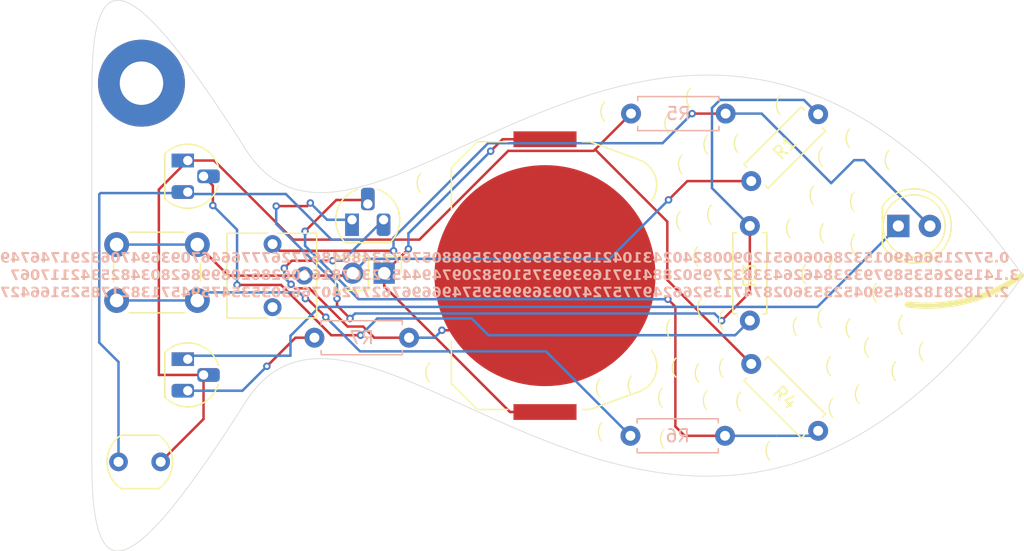
<source format=kicad_pcb>
(kicad_pcb (version 20241229) (generator "pcbnew") (generator_version "9.0")
  (layers (0 "F.Cu" signal) (2 "B.Cu" signal) (13 "F.Paste" user) (15 "B.Paste" user) (5 "F.SilkS" user "F.Silkscreen") (7 "B.SilkS" user "B.Silkscreen") (1 "F.Mask" user) (3 "B.Mask" user) (25 "Edge.Cuts" user))
  (net 0 "")
  (net 1 "Net-(BT1-+)")
  (net 2 "Net-(BT1--)")
  (net 3 "Net-(D1-A)")
  (net 4 "Net-(D1-K)")
  (net 5 "Net-(J1-Pin_2)")
  (net 6 "Net-(Q1-C)")
  (net 7 "Net-(Q1-B)")
  (net 8 "Net-(Q2-B)")
  (net 9 "Net-(Q2-C)")
  (net 10 "Net-(Q3-E)")
  (net 11 "Net-(R6-Pad1)")
  (footprint "Potentiometer_THT:Potentiometer_Vishay_T73YP_Vertical" (layer "F.Cu") (at 27.06 52.54)
    (property "Reference" "RV1" (hide yes))
    (property "Value" "P")
    (fp_line (start -3.67 -5.95) (end -3.67 0.87) (stroke (width 0.12)) (layer "F.SilkS"))
    (fp_line (start -3.67 -5.95) (end -0.382 -5.95) (stroke (width 0.12)) (layer "F.SilkS"))
    (fp_line (start -3.67 0.87) (end -0.382 0.87) (stroke (width 0.12)) (layer "F.SilkS"))
    (fp_line (start 0.382 -5.95) (end 3.55 -5.95) (stroke (width 0.12)) (layer "F.SilkS"))
    (fp_line (start 0.382 0.87) (end 3.55 0.87) (stroke (width 0.12)) (layer "F.SilkS"))
    (fp_line (start 3.55 -5.95) (end 3.55 0.87) (stroke (width 0.12)) (layer "F.SilkS"))
    (pad "1" thru_hole circle (at 0 0) (size 1.44 1.44) (drill 0.8) (layers "*.Cu" "*.Mask"))
    (pad "2" thru_hole circle (at 2.54 -2.54) (size 1.44 1.44) (drill 0.8) (layers "*.Cu" "*.Mask") (net 5 "Net-(J1-Pin_2)"))
    (pad "3" thru_hole circle (at 0 -5.08) (size 1.44 1.44) (drill 0.8) (layers "*.Cu" "*.Mask") (net 3 "Net-(D1-A)"))
  )
  (footprint "MountingHole:MountingHole_3.5mm_Pad" (layer "F.Cu") (at 16.5 34.5)
    (property "Reference" "REF**" (hide yes))
    (property "Value" "MountingHole_3.5mm_Pad" (hide yes))
    (pad "1" thru_hole circle (at 0 0) (size 7 7) (drill 3.5) (layers "*.Cu" "*.Mask"))
  )
  (footprint "Resistor_THT:R_Axial_DIN0207_L6.3mm_D2.5mm_P7.62mm_Horizontal" (layer "F.Cu") (at 65.5 46 -90)
    (property "Reference" "R3" (hide yes))
    (property "Value" "R" (hide yes))
    (fp_line (start 0.54 1.37) (end 7.08 1.37) (stroke (width 0.12)) (layer "F.SilkS"))
    (fp_line (start 7.08 1.37) (end 7.08 1.04) (stroke (width 0.12)) (layer "F.SilkS"))
    (fp_line (start 0.54 1.04) (end 0.54 1.37) (stroke (width 0.12)) (layer "F.SilkS"))
    (fp_line (start 0.54 -1.04) (end 0.54 -1.37) (stroke (width 0.12)) (layer "F.SilkS"))
    (fp_line (start 0.54 -1.37) (end 7.08 -1.37) (stroke (width 0.12)) (layer "F.SilkS"))
    (fp_line (start 7.08 -1.37) (end 7.08 -1.04) (stroke (width 0.12)) (layer "F.SilkS"))
    (fp_text user "${REFERENCE}" (at 4 0 90) (layer "F.SilkS"))
    (pad "1" thru_hole circle (at 0 0 270) (size 1.6 1.6) (drill 0.8) (layers "*.Cu" "*.Mask") (net 9 "Net-(Q2-C)"))
    (pad "2" thru_hole circle (at 7.62 0 270) (size 1.6 1.6) (drill 0.8) (layers "*.Cu" "*.Mask") (net 7 "Net-(Q1-B)"))
  )
  (footprint "Battery:BatteryHolder_Keystone_3034_1x20mm" (layer "F.Cu") (at 49 50 90)
    (property "Reference" "BT1" (hide yes))
    (property "Value" "Battery_Cell")
    (fp_line (start 8.7 -7.54) (end 5.2 -7.54) (stroke (width 0.12)) (layer "F.SilkS"))
    (fp_line (start 8.7 -7.54) (end 10.78 -5.46) (stroke (width 0.12)) (layer "F.SilkS"))
    (fp_line (start -5.2 -7.54) (end -8.7 -7.54) (stroke (width 0.12)) (layer "F.SilkS"))
    (fp_line (start -8.7 -7.54) (end -10.78 -5.46) (stroke (width 0.12)) (layer "F.SilkS"))
    (fp_line (start 10.78 -5.46) (end 10.78 -3) (stroke (width 0.12)) (layer "F.SilkS"))
    (fp_line (start -10.78 -5.46) (end -10.78 -3) (stroke (width 0.12)) (layer "F.SilkS"))
    (fp_line (start 10.78 3) (end 10.78 3.63) (stroke (width 0.12)) (layer "F.SilkS"))
    (fp_line (start -10.78 3) (end -10.78 3.63) (stroke (width 0.12)) (layer "F.SilkS"))
    (fp_line (start 10.78 3.63) (end 9.34 7.58) (stroke (width 0.12)) (layer "F.SilkS"))
    (fp_line (start -10.78 3.63) (end -9.34 7.58) (stroke (width 0.12)) (layer "F.SilkS"))
    (fp_arc (start 9.325243 7.588169) (mid 7.90634 8.911668) (end 6 8.55) (stroke (width 0.12)) (layer "F.SilkS"))
    (fp_arc (start -6.003354 8.56653) (mid -7.921654 8.918738) (end -9.34 7.58) (stroke (width 0.12)) (layer "F.SilkS"))
    (pad "1" smd rect (at -10.985 0 90) (size 1.27 5.08) (layers "F.Cu" "F.Mask" "F.Paste") (net 1 "Net-(BT1-+)"))
    (pad "1" smd rect (at 10.985 0 90) (size 1.27 5.08) (layers "F.Cu" "F.Mask" "F.Paste") (net 1 "Net-(BT1-+)"))
    (pad "2" smd circle (at 0 0 90) (size 17.8 17.8) (layers "F.Cu" "F.Mask") (net 2 "Net-(BT1--)"))
  )
  (footprint "OptoDevice:R_LDR_5.1x4.3mm_P3.4mm_Vertical" (layer "F.Cu") (at 18.05 65 180)
    (property "Reference" "R2" (hide yes))
    (property "Value" "R_Photo")
    (fp_line (start 0.15 2.15) (end 3.2 2.15) (stroke (width 0.12)) (layer "F.SilkS"))
    (fp_line (start 0.15 -2.15) (end 3.2 -2.15) (stroke (width 0.12)) (layer "F.SilkS"))
    (fp_arc (start 3.2 -2.15) (mid 4.321403 -0.027338) (end 3.244513 2.118249) (stroke (width 0.12)) (layer "F.SilkS"))
    (fp_arc (start 0.15 2.15) (mid -0.950438 -0.013368) (end 0.171766 -2.165525) (stroke (width 0.12)) (layer "F.SilkS"))
    (pad "1" thru_hole circle (at 0 0 180) (size 1.5 1.5) (drill 0.8) (layers "*.Cu" "*.Mask") (net 6 "Net-(Q1-C)"))
    (pad "2" thru_hole circle (at 3.4 0 180) (size 1.5 1.5) (drill 0.8) (layers "*.Cu" "*.Mask") (net 2 "Net-(BT1--)"))
  )
  (footprint "Button_Switch_THT:SW_PUSH_6mm" (layer "F.Cu") (at 21 52 180)
    (property "Reference" "SW1" (hide yes))
    (property "Value" "SW_Push")
    (fp_line (start 6.75 3) (end 6.75 1.5) (stroke (width 0.12)) (layer "F.SilkS"))
    (fp_line (start 5.5 -1) (end 1 -1) (stroke (width 0.12)) (layer "F.SilkS"))
    (fp_line (start 1 5.5) (end 5.5 5.5) (stroke (width 0.12)) (layer "F.SilkS"))
    (fp_line (start -0.25 1.5) (end -0.25 3) (stroke (width 0.12)) (layer "F.SilkS"))
    (pad "1" thru_hole circle (at 0 0 270) (size 2 2) (drill 1.1) (layers "*.Cu" "*.Mask") (net 11 "Net-(R6-Pad1)"))
    (pad "1" thru_hole circle (at 6.5 0 270) (size 2 2) (drill 1.1) (layers "*.Cu" "*.Mask") (net 11 "Net-(R6-Pad1)"))
    (pad "2" thru_hole circle (at 0 4.5 270) (size 2 2) (drill 1.1) (layers "*.Cu" "*.Mask") (net 5 "Net-(J1-Pin_2)"))
    (pad "2" thru_hole circle (at 6.5 4.5 270) (size 2 2) (drill 1.1) (layers "*.Cu" "*.Mask") (net 5 "Net-(J1-Pin_2)"))
  )
  (footprint "Package_TO_SOT_THT:TO-92L_HandSolder" (layer "F.Cu") (at 20.23 56.73 -90)
    (property "Reference" "Q3" (hide yes))
    (property "Value" "NPN" (hide yes))
    (fp_line (start -0.53 1.85) (end 3.07 1.85) (stroke (width 0.12)) (layer "F.SilkS"))
    (fp_arc (start -0.541453 1.842156) (mid -1.247298 -0.581475) (end 0.45 -2.45) (stroke (width 0.12)) (layer "F.SilkS"))
    (fp_arc (start 2.05 -2.45) (mid 3.769931 -0.601036) (end 3.078445 1.827684) (stroke (width 0.12)) (layer "F.SilkS"))
    (pad "1" thru_hole rect (at 0 0 270) (size 1.1 1.8) (drill 0.75 (offset 0 0.4)) (layers "*.Cu" "*.Mask") (net 4 "Net-(D1-K)"))
    (pad "2" thru_hole roundrect (at 1.27 -1.27 270) (size 1.1 1.8) (drill 0.75 (offset 0 -0.4)) (layers "*.Cu" "*.Mask") (net 6 "Net-(Q1-C)"))
    (pad "3" thru_hole roundrect (at 2.54 0 270) (size 1.1 1.8) (drill 0.75 (offset 0 0.4)) (layers "*.Cu" "*.Mask") (net 10 "Net-(Q3-E)"))
  )
  (footprint "Resistor_THT:R_Axial_DIN0207_L6.3mm_D2.5mm_P7.62mm_Horizontal" (layer "F.Cu") (at 65.611846 42.388154 45)
    (property "Reference" "R1" (hide yes))
    (property "Value" "R" (hide yes))
    (fp_line (start 0.54 -1.37) (end 7.08 -1.37) (stroke (width 0.12)) (layer "F.SilkS"))
    (fp_line (start 0.54 -1.04) (end 0.54 -1.37) (stroke (width 0.12)) (layer "F.SilkS"))
    (fp_line (start 0.54 1.04) (end 0.54 1.37) (stroke (width 0.12)) (layer "F.SilkS"))
    (fp_line (start 0.54 1.37) (end 7.08 1.37) (stroke (width 0.12)) (layer "F.SilkS"))
    (fp_line (start 7.08 -1.37) (end 7.08 -1.04) (stroke (width 0.12)) (layer "F.SilkS"))
    (fp_line (start 7.08 1.37) (end 7.08 1.04) (stroke (width 0.12)) (layer "F.SilkS"))
    (fp_text user "${REFERENCE}" (at 3.81 0 45) (layer "F.SilkS"))
    (pad "1" thru_hole circle (at 0 0 45) (size 1.6 1.6) (drill 0.8) (layers "*.Cu" "*.Mask") (net 5 "Net-(J1-Pin_2)"))
    (pad "2" thru_hole circle (at 7.62 0 45) (size 1.6 1.6) (drill 0.8) (layers "*.Cu" "*.Mask") (net 9 "Net-(Q2-C)"))
  )
  (footprint "Resistor_THT:R_Axial_DIN0207_L6.3mm_D2.5mm_P7.62mm_Horizontal" (layer "F.Cu") (at 71 62.5 135)
    (property "Reference" "R4" (hide yes))
    (property "Value" "R" (hide yes))
    (fp_line (start 7.08 -1.37) (end 7.08 -1.04) (stroke (width 0.12)) (layer "F.SilkS"))
    (fp_line (start 7.08 1.37) (end 7.08 1.04) (stroke (width 0.12)) (layer "F.SilkS"))
    (fp_line (start 0.54 -1.37) (end 7.08 -1.37) (stroke (width 0.12)) (layer "F.SilkS"))
    (fp_line (start 0.54 -1.04) (end 0.54 -1.37) (stroke (width 0.12)) (layer "F.SilkS"))
    (fp_line (start 0.54 1.04) (end 0.54 1.37) (stroke (width 0.12)) (layer "F.SilkS"))
    (fp_line (start 0.54 1.37) (end 7.08 1.37) (stroke (width 0.12)) (layer "F.SilkS"))
    (fp_text user "${REFERENCE}" (at 3.81 0 135) (layer "F.SilkS"))
    (pad "1" thru_hole circle (at 0 0 135) (size 1.6 1.6) (drill 0.8) (layers "*.Cu" "*.Mask") (net 8 "Net-(Q2-B)"))
    (pad "2" thru_hole circle (at 7.62 0 135) (size 1.6 1.6) (drill 0.8) (layers "*.Cu" "*.Mask") (net 6 "Net-(Q1-C)"))
  )
  (footprint "Package_TO_SOT_THT:TO-92L_HandSolder" (layer "F.Cu") (at 33.46 45.5)
    (property "Reference" "Q2" (hide yes))
    (property "Value" "NPN")
    (fp_line (start -0.53 1.85) (end 3.07 1.85) (stroke (width 0.12)) (layer "F.SilkS"))
    (fp_arc (start -0.541453 1.842156) (mid -1.247298 -0.581475) (end 0.45 -2.45) (stroke (width 0.12)) (layer "F.SilkS"))
    (fp_arc (start 2.05 -2.45) (mid 3.769931 -0.601036) (end 3.078445 1.827684) (stroke (width 0.12)) (layer "F.SilkS"))
    (pad "1" thru_hole rect (at 0 0) (size 1.1 1.8) (drill 0.75 (offset 0 0.4)) (layers "*.Cu" "*.Mask") (net 9 "Net-(Q2-C)"))
    (pad "2" thru_hole roundrect (at 1.27 -1.27) (size 1.1 1.8) (drill 0.75 (offset 0 -0.4)) (layers "*.Cu" "*.Mask") (net 8 "Net-(Q2-B)"))
    (pad "3" thru_hole roundrect (at 2.54 0) (size 1.1 1.8) (drill 0.75 (offset 0 0.4)) (layers "*.Cu" "*.Mask") (net 2 "Net-(BT1--)"))
  )
  (footprint "Connector_PinHeader_2.54mm:PinHeader_1x02_P2.54mm_Vertical" (layer "F.Cu") (at 36.05 49.8 -90)
    (property "Reference" "J1" (hide yes))
    (property "Value" "Conn_01x02")
    (fp_line (start -1.38 3.92) (end 1.38 3.92) (stroke (width 0.12)) (layer "F.SilkS"))
    (fp_line (start -1.38 1.27) (end -1.38 3.92) (stroke (width 0.12)) (layer "F.SilkS"))
    (fp_line (start -1.38 1.27) (end 1.38 1.27) (stroke (width 0.12)) (layer "F.SilkS"))
    (fp_line (start 1.38 1.27) (end 1.38 3.92) (stroke (width 0.12)) (layer "F.SilkS"))
    (fp_line (start -1.38 0) (end -1.38 -1.38) (stroke (width 0.12)) (layer "F.SilkS"))
    (fp_line (start -1.38 -1.38) (end 0 -1.38) (stroke (width 0.12)) (layer "F.SilkS"))
    (pad "1" thru_hole rect (at 0 0 270) (size 1.7 1.7) (drill 1) (layers "*.Cu" "*.Mask") (net 1 "Net-(BT1-+)"))
    (pad "2" thru_hole circle (at 0 2.54 270) (size 1.7 1.7) (drill 1) (layers "*.Cu" "*.Mask") (net 5 "Net-(J1-Pin_2)"))
  )
  (footprint "LED_THT:LED_D5.0mm" (layer "F.Cu") (at 77.46 46)
    (property "Reference" "D1" (hide yes))
    (property "Value" "LED" (hide yes))
    (fp_line (start -1.29 -1.545) (end -1.29 1.545) (stroke (width 0.12)) (layer "F.SilkS"))
    (fp_arc (start -1.29 -1.54483) (mid 2.071779 -2.880495) (end 4.26 0) (stroke (width 0.12)) (layer "F.SilkS"))
    (fp_arc (start 4.26 0) (mid 2.071779 2.880495) (end -1.29 1.54483) (stroke (width 0.12)) (layer "F.SilkS"))
    (fp_circle (center 1.27 0) (end 3.77 0) (stroke (width 0.12)) (fill no) (layer "F.SilkS"))
    (pad "1" thru_hole rect (at 0 0) (size 1.8 1.8) (drill 0.9) (layers "*.Cu" "*.Mask") (net 4 "Net-(D1-K)"))
    (pad "2" thru_hole circle (at 2.54 0) (size 1.8 1.8) (drill 0.9) (layers "*.Cu" "*.Mask") (net 3 "Net-(D1-A)"))
  )
  (footprint "Package_TO_SOT_THT:TO-92L_HandSolder" (layer "F.Cu") (at 20.23 40.73 -90)
    (property "Reference" "Q1" (hide yes))
    (property "Value" "NPN")
    (fp_line (start -0.53 1.85) (end 3.07 1.85) (stroke (width 0.12)) (layer "F.SilkS"))
    (fp_arc (start -0.541453 1.842156) (mid -1.247298 -0.581475) (end 0.45 -2.45) (stroke (width 0.12)) (layer "F.SilkS"))
    (fp_arc (start 2.05 -2.45) (mid 3.769931 -0.601036) (end 3.078445 1.827684) (stroke (width 0.12)) (layer "F.SilkS"))
    (pad "1" thru_hole rect (at 0 0 270) (size 1.1 1.8) (drill 0.75 (offset 0 0.4)) (layers "*.Cu" "*.Mask") (net 6 "Net-(Q1-C)"))
    (pad "2" thru_hole roundrect (at 1.27 -1.27 270) (size 1.1 1.8) (drill 0.75 (offset 0 -0.4)) (layers "*.Cu" "*.Mask") (net 7 "Net-(Q1-B)"))
    (pad "3" thru_hole roundrect (at 2.54 0 270) (size 1.1 1.8) (drill 0.75 (offset 0 0.4)) (layers "*.Cu" "*.Mask") (net 2 "Net-(BT1--)"))
  )
  (footprint "Resistor_THT:R_Axial_DIN0207_L6.3mm_D2.5mm_P7.62mm_Horizontal" (layer "B.Cu") (at 63.55 36.95 180)
    (property "Reference" "R5" (hide yes))
    (property "Value" "R" (hide yes))
    (fp_line (start 7.08 1.37) (end 7.08 1.04) (stroke (width 0.12)) (layer "B.SilkS"))
    (fp_line (start 7.08 -1.37) (end 7.08 -1.04) (stroke (width 0.12)) (layer "B.SilkS"))
    (fp_line (start 0.54 1.37) (end 7.08 1.37) (stroke (width 0.12)) (layer "B.SilkS"))
    (fp_line (start 0.54 1.04) (end 0.54 1.37) (stroke (width 0.12)) (layer "B.SilkS"))
    (fp_line (start 0.54 -1.04) (end 0.54 -1.37) (stroke (width 0.12)) (layer "B.SilkS"))
    (fp_line (start 0.54 -1.37) (end 7.08 -1.37) (stroke (width 0.12)) (layer "B.SilkS"))
    (fp_text user "${REFERENCE}" (at 3.81 0 0) (layer "B.SilkS") (effects (justify mirror)))
    (pad "1" thru_hole circle (at 0 0 180) (size 1.6 1.6) (drill 0.8) (layers "*.Cu" "*.Mask") (net 3 "Net-(D1-A)"))
    (pad "2" thru_hole circle (at 7.62 0 180) (size 1.6 1.6) (drill 0.8) (layers "*.Cu" "*.Mask") (net 6 "Net-(Q1-C)"))
  )
  (footprint "Resistor_THT:R_Axial_DIN0207_L6.3mm_D2.5mm_P7.62mm_Horizontal" (layer "B.Cu") (at 55.88 62.9)
    (property "Reference" "R6" (hide yes))
    (property "Value" "R")
    (fp_line (start 0.54 -1.37) (end 7.08 -1.37) (stroke (width 0.12)) (layer "B.SilkS"))
    (fp_line (start 0.54 -1.04) (end 0.54 -1.37) (stroke (width 0.12)) (layer "B.SilkS"))
    (fp_line (start 0.54 1.04) (end 0.54 1.37) (stroke (width 0.12)) (layer "B.SilkS"))
    (fp_line (start 0.54 1.37) (end 7.08 1.37) (stroke (width 0.12)) (layer "B.SilkS"))
    (fp_line (start 7.08 -1.37) (end 7.08 -1.04) (stroke (width 0.12)) (layer "B.SilkS"))
    (fp_line (start 7.08 1.37) (end 7.08 1.04) (stroke (width 0.12)) (layer "B.SilkS"))
    (fp_text user "${REFERENCE}" (at 3.81 0 0) (layer "B.SilkS") (effects (justify mirror)))
    (pad "1" thru_hole circle (at 0 0) (size 1.6 1.6) (drill 0.8) (layers "*.Cu" "*.Mask") (net 11 "Net-(R6-Pad1)"))
    (pad "2" thru_hole circle (at 7.62 0) (size 1.6 1.6) (drill 0.8) (layers "*.Cu" "*.Mask") (net 8 "Net-(Q2-B)"))
  )
  (footprint "Resistor_THT:R_Axial_DIN0207_L6.3mm_D2.5mm_P7.62mm_Horizontal" (layer "B.Cu") (at 38.05 55 180)
    (property "Reference" "R7" (hide yes))
    (property "Value" "R" (hide yes))
    (fp_line (start 7.08 1.37) (end 7.08 1.04) (stroke (width 0.12)) (layer "B.SilkS"))
    (fp_line (start 7.08 -1.37) (end 7.08 -1.04) (stroke (width 0.12)) (layer "B.SilkS"))
    (fp_line (start 0.54 1.37) (end 7.08 1.37) (stroke (width 0.12)) (layer "B.SilkS"))
    (fp_line (start 0.54 1.04) (end 0.54 1.37) (stroke (width 0.12)) (layer "B.SilkS"))
    (fp_line (start 0.54 -1.04) (end 0.54 -1.37) (stroke (width 0.12)) (layer "B.SilkS"))
    (fp_line (start 0.54 -1.37) (end 7.08 -1.37) (stroke (width 0.12)) (layer "B.SilkS"))
    (fp_text user "${REFERENCE}" (at 3.81 0 0) (layer "B.SilkS") (effects (justify mirror)))
    (pad "1" thru_hole circle (at 0 0 180) (size 1.6 1.6) (drill 0.8) (layers "*.Cu" "*.Mask") (net 2 "Net-(BT1--)"))
    (pad "2" thru_hole circle (at 7.62 0 180) (size 1.6 1.6) (drill 0.8) (layers "*.Cu" "*.Mask") (net 10 "Net-(Q3-E)"))
  )
  (gr_arc (start 87.35 50) (mid 83.00673 52.013918) (end 78.230115 52.336102) (stroke (width 0.5)) (layer "F.SilkS"))
  (gr_line (start 12.5 35) (end 12.5 50) (stroke (width 0.05)) (layer "Edge.Cuts"))
  (gr_curve (pts (xy 25 60) (xy 15.5 75) (xy 12.5 75.5) (xy 12.5 65)) (stroke (width 0.05)) (layer "Edge.Cuts"))
  (gr_curve (pts (xy 25 40) (xy 15.5 25) (xy 12.5 24.5) (xy 12.5 35)) (stroke (width 0.05)) (layer "Edge.Cuts"))
  (gr_curve (pts (xy 87.5 50) (xy 60.5 12) (xy 35 55) (xy 25 40)) (stroke (width 0.05)) (layer "Edge.Cuts"))
  (gr_line (start 12.5 65) (end 12.5 50) (stroke (width 0.05)) (layer "Edge.Cuts"))
  (gr_curve (pts (xy 87.5 50) (xy 60.5 88) (xy 35 45) (xy 25 60)) (stroke (width 0.05)) (layer "Edge.Cuts"))
  (gr_text "(" (at 67.337187 36.8 0) (layer "F.SilkS") (effects (font (size 1 1) (thickness 0.1)) (justify left bottom)))
  (gr_text "(" (at 61.45 60.55 0) (layer "F.SilkS") (effects (font (size 1 1) (thickness 0.1)) (justify left bottom)))
  (gr_text "(" (at 58 63.65 0) (layer "F.SilkS") (effects (font (size 1 1) (thickness 0.1)) (justify left bottom)))
  (gr_text "(" (at 53 63.1 0) (layer "F.SilkS") (effects (font (size 1 1) (thickness 0.1)) (justify left bottom)))
  (gr_text "(" (at 71.586899 61.149426 0) (layer "F.SilkS") (effects (font (size 1 1) (thickness 0.1)) (justify left bottom)))
  (gr_text "(" (at 61.5 39.95 0) (layer "F.SilkS") (effects (font (size 1 1) (thickness 0.1)) (justify left bottom)))
  (gr_text "(" (at 69.4 50.4 0) (layer "F.SilkS") (effects (font (size 1 1) (thickness 0.1)) (justify left bottom)))
  (gr_text "(" (at 70.75 40.95 0) (layer "F.SilkS") (effects (font (size 1 1) (thickness 0.1)) (justify left bottom)))
  (gr_text "(" (at 68.15 46.7 0) (layer "F.SilkS") (effects (font (size 1 1) (thickness 0.1)) (justify left bottom)))
  (gr_text "(" (at 62.65 50.75 0) (layer "F.SilkS") (effects (font (size 1 1) (thickness 0.1)) (justify left bottom)))
  (gr_text "(" (at 57.85 60.35 0) (layer "F.SilkS") (effects (font (size 1 1) (thickness 0.1)) (justify left bottom)))
  (gr_text "(" (at 55.4 59.34 0) (layer "F.SilkS") (effects (font (size 1 1) (thickness 0.1)) (justify left bottom)))
  (gr_text "(" (at 58.35 38.25 0) (layer "F.SilkS") (effects (font (size 1 1) (thickness 0.1)) (justify left bottom)))
  (gr_text "(" (at 77.2 54.45 0) (layer "F.SilkS") (effects (font (size 1 1) (thickness 0.1)) (justify left bottom)))
  (gr_text "(" (at 62.75 54.1 0) (layer "F.SilkS") (effects (font (size 1 1) (thickness 0.1)) (justify left bottom)))
  (gr_text "(" (at 64.15 60.65 0) (layer "F.SilkS") (effects (font (size 1 1) (thickness 0.1)) (justify left bottom)))
  (gr_text "(" (at 72.95 54.75 0) (layer "F.SilkS") (effects (font (size 1 1) (thickness 0.1)) (justify left bottom)))
  (gr_text "(" (at 70.85 47.1 0) (layer "F.SilkS") (effects (font (size 1 1) (thickness 0.1)) (justify left bottom)))
  (gr_text "(" (at 71.4 57.8 0) (layer "F.SilkS") (effects (font (size 1 1) (thickness 0.1)) (justify left bottom)))
  (gr_text "(" (at 58.5 54.8 0) (layer "F.SilkS") (effects (font (size 1 1) (thickness 0.1)) (justify left bottom)))
  (gr_text "(" (at 72.95 39.45 0) (layer "F.SilkS") (effects (font (size 1 1) (thickness 0.1)) (justify left bottom)))
  (gr_text "(" (at 68.7 54.6 0) (layer "F.SilkS") (effects (font (size 1 1) (thickness 0.1)) (justify left bottom)))
  (gr_text "(" (at 38.4 43.05 0) (layer "F.SilkS") (effects (font (size 1 1) (thickness 0.1)) (justify left bottom)))
  (gr_text "(" (at 61 53.1 0) (layer "F.SilkS") (effects (font (size 1 1) (thickness 0.1)) (justify left bottom)))
  (gr_text "(" (at 60.8 58.35 0) (layer "F.SilkS") (effects (font (size 1 1) (thickness 0.1)) (justify left bottom)))
  (gr_text "(" (at 70.7 53.95 0) (layer "F.SilkS") (effects (font (size 1 1) (thickness 0.1)) (justify left bottom)))
  (gr_text "(" (at 53.2 37.3 0) (layer "F.SilkS") (effects (font (size 1 1) (thickness 0.1)) (justify left bottom)))
  (gr_text "(" (at 71.6 50.05 0) (layer "F.SilkS") (effects (font (size 1 1) (thickness 0.1)) (justify left bottom)))
  (gr_text "(" (at 75.1 51.9 0) (layer "F.SilkS") (effects (font (size 1 1) (thickness 0.1)) (justify left bottom)))
  (gr_text "(" (at 39.1 58.3 0) (layer "F.SilkS") (effects (font (size 1 1) (thickness 0.1)) (justify left bottom)))
  (gr_text "(" (at 76.65 58.2 0) (layer "F.SilkS") (effects (font (size 1 1) (thickness 0.1)) (justify left bottom)))
  (gr_text "(" (at 63.95 39.85 0) (layer "F.SilkS") (effects (font (size 1 1) (thickness 0.1)) (justify left bottom)))
  (gr_text "(" (at 52.85 59.55 0) (layer "F.SilkS") (effects (font (size 1 1) (thickness 0.1)) (justify left bottom)))
  (gr_text "(" (at 73.35 47.95 0) (layer "F.SilkS") (effects (font (size 1 1) (thickness 0.1)) (justify left bottom)))
  (gr_text "(" (at 60.1 36.2 0) (layer "F.SilkS") (effects (font (size 1 1) (thickness 0.1)) (justify left bottom)))
  (gr_text "(" (at 78.85 56.6 0) (layer "F.SilkS") (effects (font (size 1 1) (thickness 0.1)) (justify left bottom)))
  (gr_text "(" (at 73.7 60.05 0) (layer "F.SilkS") (effects (font (size 1 1) (thickness 0.1)) (justify left bottom)))
  (gr_text "(" (at 60.7 48.95 0) (layer "F.SilkS") (effects (font (size 1 1) (thickness 0.1)) (justify left bottom)))
  (gr_text "(" (at 76.1 41.2 0) (layer "F.SilkS") (effects (font (size 1 1) (thickness 0.1)) (justify left bottom)))
  (gr_text "(" (at 59.3 46.1 0) (layer "F.SilkS") (effects (font (size 1 1) (thickness 0.1)) (justify left bottom)))
  (gr_text "(" (at 73.3 44.55 0) (layer "F.SilkS") (effects (font (size 1 1) (thickness 0.1)) (justify left bottom)))
  (gr_text "(" (at 61.8 45.6 0) (layer "F.SilkS") (effects (font (size 1 1) (thickness 0.1)) (justify left bottom)))
  (gr_text "(" (at 62.75 57.95 0) (layer "F.SilkS") (effects (font (size 1 1) (thickness 0.1)) (justify left bottom)))
  (gr_text "(" (at 74.45 56.3 0) (layer "F.SilkS") (effects (font (size 1 1) (thickness 0.1)) (justify left bottom)))
  (gr_text "(" (at 70.05 44.05 0) (layer "F.SilkS") (effects (font (size 1 1) (thickness 0.1)) (justify left bottom)))
  (gr_text "(" (at 58.95 57.921654 0) (layer "F.SilkS") (effects (font (size 1 1) (thickness 0.1)) (justify left bottom)))
  (gr_text "(" (at 66.5 64.6 0) (layer "F.SilkS") (effects (font (size 1 1) (thickness 0.1)) (justify left bottom)))
  (gr_text "(" (at 59.45 41.55 0) (layer "F.SilkS") (effects (font (size 1 1) (thickness 0.1)) (justify left bottom)))
  (gr_text ":3" (at 67.75 62.95 -0) (layer "B.SilkS") (effects (font (size 0.1 0.1) (thickness 0.0125)) (justify left bottom mirror)))
  (gr_text "  0.577215664901532860606512090082402431042159335939923598805767234884867726777664670936947063291746749\n3.141592653589793238462643383279502884197169399375105820974944592307816406286208998628034825342117067\n  2.718281828459045235360287471352662497757247093699959574966967627724076630353547594571382178525166427" (at 87.2 50 0) (layer "B.SilkS") (effects (font (size 0.83 0.83) (thickness 0.02) (bold yes)) (justify left mirror)))
  (segment (start 38.1 47.75) (end 38 47.85) (width 0.2) (layer "F.Cu") (net 1))
  (segment (start 46.185 60.985) (end 49 60.985) (width 0.2) (layer "F.Cu") (net 1))
  (segment (start 44.625 39.975) (end 45.585 39.015) (width 0.2) (layer "F.Cu") (net 1))
  (segment (start 45.585 39.015) (end 49 39.015) (width 0.2) (layer "F.Cu") (net 1))
  (segment (start 38 47.85) (end 36.05 49.8) (width 0.2) (layer "F.Cu") (net 1))
  (segment (start 36.05 50.85) (end 46.185 60.985) (width 0.2) (layer "F.Cu") (net 1))
  (segment (start 36.05 49.8) (end 36.05 50.85) (width 0.2) (layer "F.Cu") (net 1))
  (via (at 38 47.85) (size 0.6) (drill 0.3) (layers "F.Cu" "B.Cu") (net 1))
  (via (at 44.625 39.975) (size 0.6) (drill 0.3) (layers "F.Cu" "B.Cu") (net 1))
  (segment (start 38 47.85) (end 38 46.6) (width 0.2) (layer "B.Cu") (net 1))
  (segment (start 44.625 39.975) (end 44.65 39.95) (width 0.2) (layer "B.Cu") (net 1))
  (segment (start 38 46.6) (end 44.625 39.975) (width 0.2) (layer "B.Cu") (net 1))
  (segment (start 34.35 54.1) (end 35.25 55) (width 0.2) (layer "F.Cu") (net 2))
  (segment (start 43.2 54.75) (end 44.25 54.75) (width 0.2) (layer "F.Cu") (net 2))
  (segment (start 44.25 54.75) (end 49 50) (width 0.2) (layer "F.Cu") (net 2))
  (segment (start 30.022 51.021) (end 33.101 54.1) (width 0.2) (layer "F.Cu") (net 2))
  (segment (start 31.9 48.8) (end 28.6 48.8) (width 0.2) (layer "F.Cu") (net 2))
  (segment (start 33.101 54.1) (end 34.35 54.1) (width 0.2) (layer "F.Cu") (net 2))
  (segment (start 28.55 50.7) (end 28.871 51.021) (width 0.2) (layer "F.Cu") (net 2))
  (segment (start 28.6 48.8) (end 28 49.4) (width 0.2) (layer "F.Cu") (net 2))
  (segment (start 28.871 51.021) (end 30.022 51.021) (width 0.2) (layer "F.Cu") (net 2))
  (segment (start 44.6 54.4) (end 49 50) (width 0.2) (layer "F.Cu") (net 2))
  (segment (start 35.25 55) (end 38.05 55) (width 0.2) (layer "F.Cu") (net 2))
  (segment (start 40.7 54.4) (end 44.6 54.4) (width 0.2) (layer "F.Cu") (net 2))
  (segment (start 28 49.4) (end 27.9 49.5) (width 0.2) (layer "F.Cu") (net 2))
  (via (at 31.9 48.8) (size 0.6) (drill 0.3) (layers "F.Cu" "B.Cu") (net 2))
  (via (at 28 49.4) (size 0.6) (drill 0.3) (layers "F.Cu" "B.Cu") (net 2))
  (via (at 40.7 54.4) (size 0.6) (drill 0.3) (layers "F.Cu" "B.Cu") (net 2))
  (via (at 28.55 50.7) (size 0.6) (drill 0.3) (layers "F.Cu" "B.Cu") (net 2))
  (segment (start 14.65 56.95) (end 13.101 55.401) (width 0.2) (layer "B.Cu") (net 2))
  (segment (start 34.399 47.101) (end 36 45.5) (width 0.2) (layer "B.Cu") (net 2))
  (segment (start 14.95 43.35) (end 20.15 43.35) (width 0.2) (layer "B.Cu") (net 2))
  (segment (start 14.65 65) (end 14.65 56.95) (width 0.2) (layer "B.Cu") (net 2))
  (segment (start 13.101 43.449) (end 13.2 43.35) (width 0.2) (layer "B.Cu") (net 2))
  (segment (start 28.126248 43.426248) (end 31.801 47.101) (width 0.2) (layer "B.Cu") (net 2))
  (segment (start 28 50.15) (end 28.55 50.7) (width 0.2) (layer "B.Cu") (net 2))
  (segment (start 38.05 55) (end 40.1 55) (width 0.2) (layer "B.Cu") (net 2))
  (segment (start 34.399 47.101) (end 32.7 48.8) (width 0.2) (layer "B.Cu") (net 2))
  (segment (start 20.386248 43.426248) (end 28.126248 43.426248) (width 0.2) (layer "B.Cu") (net 2))
  (segment (start 20.23 43.27) (end 20.386248 43.426248) (width 0.2) (layer "B.Cu") (net 2))
  (segment (start 40.1 55) (end 40.7 54.4) (width 0.2) (layer "B.Cu") (net 2))
  (segment (start 32.7 48.8) (end 31.9 48.8) (width 0.2) (layer "B.Cu") (net 2))
  (segment (start 31.801 47.101) (end 34.399 47.101) (width 0.2) (layer "B.Cu") (net 2))
  (segment (start 13.2 43.35) (end 14.95 43.35) (width 0.2) (layer "B.Cu") (net 2))
  (segment (start 28 49.4) (end 28 50.15) (width 0.2) (layer "B.Cu") (net 2))
  (segment (start 13.101 55.401) (end 13.101 43.449) (width 0.2) (layer "B.Cu") (net 2))
  (segment (start 20.15 43.35) (end 20.23 43.27) (width 0.2) (layer "B.Cu") (net 2))
  (segment (start 27.6 48) (end 36.8 48) (width 0.2) (layer "F.Cu") (net 3))
  (segment (start 60.85 36.95) (end 63.55 36.95) (width 0.2) (layer "F.Cu") (net 3))
  (segment (start 27.06 47.46) (end 27.6 48) (width 0.2) (layer "F.Cu") (net 3))
  (via (at 36.8 48) (size 0.6) (drill 0.3) (layers "F.Cu" "B.Cu") (net 3))
  (via (at 60.85 36.95) (size 0.6) (drill 0.3) (layers "F.Cu" "B.Cu") (net 3))
  (segment (start 36.8 46.950057) (end 44.415628 39.334429) (width 0.2) (layer "B.Cu") (net 3))
  (segment (start 66.45 36.95) (end 63.55 36.95) (width 0.2) (layer "B.Cu") (net 3))
  (segment (start 36.8 48) (end 36.8 46.950057) (width 0.2) (layer "B.Cu") (net 3))
  (segment (start 44.415628 39.334429) (end 58.465571 39.334429) (width 0.2) (layer "B.Cu") (net 3))
  (segment (start 58.465571 39.334429) (end 60.85 36.95) (width 0.2) (layer "B.Cu") (net 3))
  (segment (start 73.901 40.699) (end 72.05 42.55) (width 0.2) (layer "B.Cu") (net 3))
  (segment (start 80 46) (end 74.699 40.699) (width 0.2) (layer "B.Cu") (net 3))
  (segment (start 74.699 40.699) (end 73.901 40.699) (width 0.2) (layer "B.Cu") (net 3))
  (segment (start 72.05 42.55) (end 66.45 36.95) (width 0.2) (layer "B.Cu") (net 3))
  (segment (start 20.23 56.73) (end 20.51 56.45) (width 0.2) (layer "B.Cu") (net 4))
  (segment (start 20.51 56.45) (end 28.5 56.45) (width 0.2) (layer "B.Cu") (net 4))
  (segment (start 70.941 52.519) (end 77.46 46) (width 0.2) (layer "B.Cu") (net 4))
  (segment (start 30.831 52.519) (end 70.941 52.519) (width 0.2) (layer "B.Cu") (net 4))
  (segment (start 28.5 54.85) (end 30.831 52.519) (width 0.2) (layer "B.Cu") (net 4))
  (segment (start 28.5 56.45) (end 28.5 54.85) (width 0.2) (layer "B.Cu") (net 4))
  (segment (start 65.611846 42.388154) (end 60.461846 42.388154) (width 0.2) (layer "F.Cu") (net 5))
  (segment (start 29.6 50) (end 33.31 50) (width 0.2) (layer "F.Cu") (net 5))
  (segment (start 60.461846 42.388154) (end 58.95 43.9) (width 0.2) (layer "F.Cu") (net 5))
  (segment (start 33.31 50) (end 33.51 49.8) (width 0.2) (layer "F.Cu") (net 5))
  (segment (start 21 47.5) (end 23.5 50) (width 0.2) (layer "F.Cu") (net 5))
  (segment (start 23.5 50) (end 29.6 50) (width 0.2) (layer "F.Cu") (net 5))
  (via (at 58.95 43.9) (size 0.6) (drill 0.3) (layers "F.Cu" "B.Cu") (net 5))
  (segment (start 14.5 47.5) (end 21 47.5) (width 0.2) (layer "B.Cu") (net 5))
  (segment (start 34.661 48.649) (end 33.51 49.8) (width 0.2) (layer "B.Cu") (net 5))
  (segment (start 58.95 43.9) (end 54.201 48.649) (width 0.2) (layer "B.Cu") (net 5))
  (segment (start 54.201 48.649) (end 34.661 48.649) (width 0.2) (layer "B.Cu") (net 5))
  (segment (start 20.23 40.73) (end 22.352206 40.73) (width 0.2) (layer "F.Cu") (net 6))
  (segment (start 65.611846 57.111846) (end 58.851 50.351) (width 0.2) (layer "F.Cu") (net 6))
  (segment (start 18.05 65) (end 21.5 61.55) (width 0.2) (layer "F.Cu") (net 6))
  (segment (start 21.5 61.55) (end 21.5 58) (width 0.2) (layer "F.Cu") (net 6))
  (segment (start 46.036821 39.951) (end 52.929 39.951) (width 0.2) (layer "F.Cu") (net 6))
  (segment (start 17.9 58) (end 21.5 58) (width 0.2) (layer "F.Cu") (net 6))
  (segment (start 28.723206 47.101) (end 38.886821 47.101) (width 0.2) (layer "F.Cu") (net 6))
  (segment (start 20.23 40.73) (end 17.9 43.06) (width 0.2) (layer "F.Cu") (net 6))
  (segment (start 52.929 39.951) (end 53.04 39.84) (width 0.2) (layer "F.Cu") (net 6))
  (segment (start 58.851 45.651) (end 53.04 39.84) (width 0.2) (layer "F.Cu") (net 6))
  (segment (start 53.04 39.84) (end 55.93 36.95) (width 0.2) (layer "F.Cu") (net 6))
  (segment (start 38.886821 47.101) (end 46.036821 39.951) (width 0.2) (layer "F.Cu") (net 6))
  (segment (start 22.352206 40.73) (end 28.723206 47.101) (width 0.2) (layer "F.Cu") (net 6))
  (segment (start 17.9 43.06) (end 17.9 58) (width 0.2) (layer "F.Cu") (net 6))
  (segment (start 58.851 50.351) (end 58.851 45.651) (width 0.2) (layer "F.Cu") (net 6))
  (segment (start 34.15 54.8) (end 31.78705 54.8) (width 0.2) (layer "F.Cu") (net 7))
  (segment (start 22.25 44.35) (end 22.25 42.75) (width 0.2) (layer "F.Cu") (net 7))
  (segment (start 22.25 42.75) (end 21.5 42) (width 0.2) (layer "F.Cu") (net 7))
  (segment (start 27.73705 50.75) (end 24.2 50.75) (width 0.2) (layer "F.Cu") (net 7))
  (segment (start 31.78705 54.8) (end 27.73705 50.75) (width 0.2) (layer "F.Cu") (net 7))
  (via (at 24.2 50.75) (size 0.6) (drill 0.3) (layers "F.Cu" "B.Cu") (net 7))
  (via (at 22.25 44.35) (size 0.6) (drill 0.3) (layers "F.Cu" "B.Cu") (net 7))
  (via (at 34.15 54.8) (size 0.6) (drill 0.3) (layers "F.Cu" "B.Cu") (net 7))
  (segment (start 64.32 54.8) (end 44.45 54.8) (width 0.2) (layer "B.Cu") (net 7))
  (segment (start 24.2 46.3) (end 22.25 44.35) (width 0.2) (layer "B.Cu") (net 7))
  (segment (start 44.45 54.8) (end 43.101 53.451) (width 0.2) (layer "B.Cu") (net 7))
  (segment (start 65.5 53.62) (end 64.32 54.8) (width 0.2) (layer "B.Cu") (net 7))
  (segment (start 35.499 53.451) (end 34.15 54.8) (width 0.2) (layer "B.Cu") (net 7))
  (segment (start 43.101 53.451) (end 35.499 53.451) (width 0.2) (layer "B.Cu") (net 7))
  (segment (start 24.2 50.75) (end 24.2 46.3) (width 0.2) (layer "B.Cu") (net 7))
  (segment (start 34.73 44.23) (end 34.409619 43.909619) (width 0.2) (layer "F.Cu") (net 8))
  (segment (start 32.190381 43.909619) (end 29.65 46.45) (width 0.2) (layer "F.Cu") (net 8))
  (segment (start 29.65 46.45) (end 29.675 46.425) (width 0.2) (layer "F.Cu") (net 8))
  (segment (start 60.25 62.9) (end 59.5 62.15) (width 0.2) (layer "F.Cu") (net 8))
  (segment (start 29.675 46.425) (end 29.725 46.375) (width 0.2) (layer "F.Cu") (net 8))
  (segment (start 63.5 62.9) (end 60.25 62.9) (width 0.2) (layer "F.Cu") (net 8))
  (segment (start 59.5 52.5) (end 58.9 51.9) (width 0.2) (layer "F.Cu") (net 8))
  (segment (start 59.5 62.15) (end 59.5 52.5) (width 0.2) (layer "F.Cu") (net 8))
  (segment (start 34.409619 43.909619) (end 32.190381 43.909619) (width 0.2) (layer "F.Cu") (net 8))
  (via (at 29.675 46.425) (size 0.6) (drill 0.3) (layers "F.Cu" "B.Cu") (net 8))
  (via (at 58.9 51.9) (size 0.6) (drill 0.3) (layers "F.Cu" "B.Cu") (net 8))
  (segment (start 33.98224 51.9) (end 58.9 51.9) (width 0.2) (layer "B.Cu") (net 8))
  (segment (start 29.675 47.59276) (end 33.98224 51.9) (width 0.2) (layer "B.Cu") (net 8))
  (segment (start 63.5 62.9) (end 70.6 62.9) (width 0.2) (layer "B.Cu") (net 8))
  (segment (start 70.6 62.9) (end 71 62.5) (width 0.2) (layer "B.Cu") (net 8))
  (segment (start 29.675 46.425) (end 29.675 47.59276) (width 0.2) (layer "B.Cu") (net 8))
  (segment (start 32.25 51.85) (end 32.25 52.4) (width 0.2) (layer "F.Cu") (net 9))
  (segment (start 27.35 44.4) (end 27.3 44.4) (width 0.2) (layer "F.Cu") (net 9))
  (segment (start 65.5 51.35) (end 65.5 46) (width 0.2) (layer "F.Cu") (net 9))
  (segment (start 32.25 52.4) (end 33.3 53.45) (width 0.2) (layer "F.Cu") (net 9))
  (segment (start 63.225 53.625) (end 65.5 51.35) (width 0.2) (layer "F.Cu") (net 9))
  (segment (start 30.1 44.15) (end 29.85 44.4) (width 0.2) (layer "F.Cu") (net 9))
  (segment (start 29.85 44.4) (end 27.35 44.4) (width 0.2) (layer "F.Cu") (net 9))
  (via (at 63.225 53.625) (size 0.6) (drill 0.3) (layers "F.Cu" "B.Cu") (net 9))
  (via (at 30.1 44.15) (size 0.6) (drill 0.3) (layers "F.Cu" "B.Cu") (net 9))
  (via (at 27.35 44.4) (size 0.6) (drill 0.3) (layers "F.Cu" "B.Cu") (net 9))
  (via (at 33.3 53.45) (size 0.6) (drill 0.3) (layers "F.Cu" "B.Cu") (net 9))
  (via (at 32.25 51.85) (size 0.6) (drill 0.3) (layers "F.Cu" "B.Cu") (net 9))
  (segment (start 71 37) (end 69.849 35.849) (width 0.2) (layer "B.Cu") (net 9))
  (segment (start 63.225 53.625) (end 63.25 53.65) (width 0.2) (layer "B.Cu") (net 9))
  (segment (start 62.449 36.49395) (end 62.449 42.949) (width 0.2) (layer "B.Cu") (net 9))
  (segment (start 69.849 35.849) (end 63.09395 35.849) (width 0.2) (layer "B.Cu") (net 9))
  (segment (start 62.449 42.949) (end 65.5 46) (width 0.2) (layer "B.Cu") (net 9))
  (segment (start 27.35 44.4) (end 27.35 45.83486) (width 0.2) (layer "B.Cu") (net 9))
  (segment (start 62.65 53.05) (end 63.225 53.625) (width 0.2) (layer "B.Cu") (net 9))
  (segment (start 32.25 50.73486) (end 32.25 51.85) (width 0.2) (layer "B.Cu") (net 9))
  (segment (start 33.3 53.45) (end 33.7 53.05) (width 0.2) (layer "B.Cu") (net 9))
  (segment (start 31.45 45.5) (end 30.1 44.15) (width 0.2) (layer "B.Cu") (net 9))
  (segment (start 27.35 45.83486) (end 32.25 50.73486) (width 0.2) (layer "B.Cu") (net 9))
  (segment (start 63.09395 35.849) (end 62.449 36.49395) (width 0.2) (layer "B.Cu") (net 9))
  (segment (start 33.46 45.5) (end 31.45 45.5) (width 0.2) (layer "B.Cu") (net 9))
  (segment (start 33.7 53.05) (end 62.65 53.05) (width 0.2) (layer "B.Cu") (net 9))
  (segment (start 26.6 57.3) (end 28.9 55) (width 0.2) (layer "F.Cu") (net 10))
  (segment (start 28.9 55) (end 30.43 55) (width 0.2) (layer "F.Cu") (net 10))
  (via (at 26.6 57.3) (size 0.6) (drill 0.3) (layers "F.Cu" "B.Cu") (net 10))
  (segment (start 20.23 59.27) (end 24.63 59.27) (width 0.2) (layer "B.Cu") (net 10))
  (segment (start 24.63 59.27) (end 26.6 57.3) (width 0.2) (layer "B.Cu") (net 10))
  (segment (start 31.35 53.35) (end 29.85 51.85) (width 0.2) (layer "F.Cu") (net 11))
  (segment (start 29.85 51.85) (end 29.7 51.85) (width 0.2) (layer "F.Cu") (net 11))
  (via (at 31.35 53.35) (size 0.6) (drill 0.3) (layers "F.Cu" "B.Cu") (net 11))
  (via (at 29.7 51.85) (size 0.6) (drill 0.3) (layers "F.Cu" "B.Cu") (net 11))
  (segment (start 21.649 51.351) (end 21 52) (width 0.2) (layer "B.Cu") (net 11))
  (segment (start 29.7 51.85) (end 29.201 51.351) (width 0.2) (layer "B.Cu") (net 11))
  (segment (start 49.08 56.1) (end 34.1 56.1) (width 0.2) (layer "B.Cu") (net 11))
  (segment (start 34.1 56.1) (end 31.35 53.35) (width 0.2) (layer "B.Cu") (net 11))
  (segment (start 55.88 62.9) (end 49.08 56.1) (width 0.2) (layer "B.Cu") (net 11))
  (segment (start 29.201 51.351) (end 21.649 51.351) (width 0.2) (layer "B.Cu") (net 11))
  (segment (start 14.5 52) (end 21 52) (width 0.2) (layer "B.Cu") (net 11))
)
</source>
